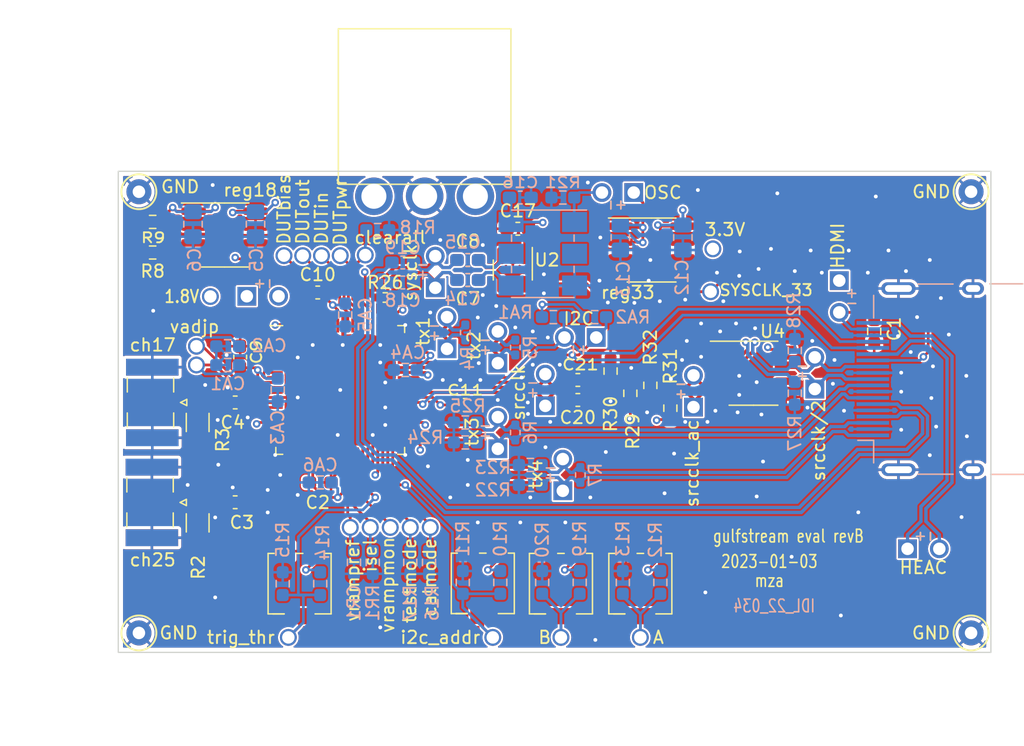
<source format=kicad_pcb>
(kicad_pcb (version 20211014) (generator pcbnew)

  (general
    (thickness 4.69)
  )

  (paper "A4")
  (layers
    (0 "F.Cu" signal)
    (1 "In1.Cu" signal)
    (2 "In2.Cu" signal)
    (31 "B.Cu" signal)
    (32 "B.Adhes" user "B.Adhesive")
    (33 "F.Adhes" user "F.Adhesive")
    (34 "B.Paste" user)
    (35 "F.Paste" user)
    (36 "B.SilkS" user "B.Silkscreen")
    (37 "F.SilkS" user "F.Silkscreen")
    (38 "B.Mask" user)
    (39 "F.Mask" user)
    (40 "Dwgs.User" user "User.Drawings")
    (41 "Cmts.User" user "User.Comments")
    (42 "Eco1.User" user "User.Eco1")
    (43 "Eco2.User" user "User.Eco2")
    (44 "Edge.Cuts" user)
    (45 "Margin" user)
    (46 "B.CrtYd" user "B.Courtyard")
    (47 "F.CrtYd" user "F.Courtyard")
    (48 "B.Fab" user)
    (49 "F.Fab" user)
    (50 "User.1" user)
    (51 "User.2" user)
    (52 "User.3" user)
    (53 "User.4" user)
    (54 "User.5" user)
    (55 "User.6" user)
    (56 "User.7" user)
    (57 "User.8" user)
    (58 "User.9" user)
  )

  (setup
    (stackup
      (layer "F.SilkS" (type "Top Silk Screen"))
      (layer "F.Paste" (type "Top Solder Paste"))
      (layer "F.Mask" (type "Top Solder Mask") (thickness 0.01))
      (layer "F.Cu" (type "copper") (thickness 0.035))
      (layer "dielectric 1" (type "core") (thickness 1.51) (material "FR4") (epsilon_r 4.5) (loss_tangent 0.02))
      (layer "In1.Cu" (type "copper") (thickness 0.035))
      (layer "dielectric 2" (type "prepreg") (thickness 1.51) (material "FR4") (epsilon_r 4.5) (loss_tangent 0.02))
      (layer "In2.Cu" (type "copper") (thickness 0.035))
      (layer "dielectric 3" (type "core") (thickness 1.51) (material "FR4") (epsilon_r 4.5) (loss_tangent 0.02))
      (layer "B.Cu" (type "copper") (thickness 0.035))
      (layer "B.Mask" (type "Bottom Solder Mask") (thickness 0.01))
      (layer "B.Paste" (type "Bottom Solder Paste"))
      (layer "B.SilkS" (type "Bottom Silk Screen"))
      (copper_finish "None")
      (dielectric_constraints no)
    )
    (pad_to_mask_clearance 0)
    (grid_origin 252 135.6)
    (pcbplotparams
      (layerselection 0x00010fc_ffffffff)
      (disableapertmacros false)
      (usegerberextensions false)
      (usegerberattributes false)
      (usegerberadvancedattributes true)
      (creategerberjobfile true)
      (svguseinch false)
      (svgprecision 6)
      (excludeedgelayer true)
      (plotframeref false)
      (viasonmask true)
      (mode 1)
      (useauxorigin false)
      (hpglpennumber 1)
      (hpglpenspeed 20)
      (hpglpendiameter 15.000000)
      (dxfpolygonmode true)
      (dxfimperialunits true)
      (dxfusepcbnewfont true)
      (psnegative false)
      (psa4output false)
      (plotreference true)
      (plotvalue true)
      (plotinvisibletext false)
      (sketchpadsonfab false)
      (subtractmaskfromsilk false)
      (outputformat 1)
      (mirror false)
      (drillshape 0)
      (scaleselection 1)
      (outputdirectory "./gerbers/")
    )
  )

  (net 0 "")
  (net 1 "Net-(C1-Pad1)")
  (net 2 "GND")
  (net 3 "Net-(C3-Pad1)")
  (net 4 "Net-(C4-Pad1)")
  (net 5 "Net-(C4-Pad2)")
  (net 6 "+RAW")
  (net 7 "+REG")
  (net 8 "/SYSCLK_12+")
  (net 9 "/SYSCLK_12-")
  (net 10 "+3.3V")
  (net 11 "Net-(CA1-Pad1)")
  (net 12 "Net-(CA2-Pad1)")
  (net 13 "/SYSCLK_33")
  (net 14 "/SRCCLK+")
  (net 15 "/SRCCLK-")
  (net 16 "Net-(CR1-Pad1)")
  (net 17 "/D0+")
  (net 18 "/D0-")
  (net 19 "/sysclk_hdmidiff+")
  (net 20 "/sysclk_hdmidiff-")
  (net 21 "/D2+")
  (net 22 "/D2-")
  (net 23 "/HEAC+")
  (net 24 "/HEAC-")
  (net 25 "Net-(R21-Pad1)")
  (net 26 "Net-(P1-Pad2)")
  (net 27 "Net-(P2-Pad2)")
  (net 28 "Net-(R8-Pad1)")
  (net 29 "Net-(R10-Pad2)")
  (net 30 "Net-(R14-Pad2)")
  (net 31 "Net-(R16-Pad1)")
  (net 32 "Net-(R17-Pad1)")
  (net 33 "Net-(R18-Pad1)")
  (net 34 "/sda_18")
  (net 35 "/sck_18")
  (net 36 "unconnected-(reg18-Pad4)")
  (net 37 "unconnected-(reg33-Pad4)")
  (net 38 "Net-(RR1-Pad1)")
  (net 39 "Net-(U1-Pad73)")
  (net 40 "Net-(U1-Pad75)")
  (net 41 "Net-(U1-Pad37)")
  (net 42 "Net-(U1-Pad76)")
  (net 43 "Net-(U1-Pad74)")
  (net 44 "unconnected-(U1-Pad2)")
  (net 45 "unconnected-(U1-Pad3)")
  (net 46 "unconnected-(U1-Pad4)")
  (net 47 "unconnected-(U1-Pad6)")
  (net 48 "unconnected-(U1-Pad7)")
  (net 49 "unconnected-(U1-Pad8)")
  (net 50 "unconnected-(U1-Pad9)")
  (net 51 "unconnected-(U1-Pad15)")
  (net 52 "unconnected-(U1-Pad16)")
  (net 53 "unconnected-(U1-Pad17)")
  (net 54 "unconnected-(U1-Pad19)")
  (net 55 "unconnected-(U1-Pad20)")
  (net 56 "unconnected-(U1-Pad21)")
  (net 57 "unconnected-(U1-Pad25)")
  (net 58 "unconnected-(U1-Pad26)")
  (net 59 "unconnected-(U1-Pad27)")
  (net 60 "unconnected-(U1-Pad29)")
  (net 61 "unconnected-(U1-Pad30)")
  (net 62 "unconnected-(U1-Pad31)")
  (net 63 "unconnected-(U1-Pad80)")
  (net 64 "unconnected-(U1-Pad81)")
  (net 65 "unconnected-(U1-Pad82)")
  (net 66 "unconnected-(U1-Pad84)")
  (net 67 "unconnected-(U1-Pad85)")
  (net 68 "unconnected-(U1-Pad86)")
  (net 69 "-BATT")
  (net 70 "unconnected-(U1-Pad87)")
  (net 71 "unconnected-(U1-Pad79)")
  (net 72 "unconnected-(U3-Pad2)")
  (net 73 "/sysclk_hdmi+")
  (net 74 "/sysclk_hdmi-")
  (net 75 "/sysclk_osc+")
  (net 76 "/sysclk_osc-")
  (net 77 "unconnected-(U1-Pad1)")
  (net 78 "unconnected-(U1-Pad22)")
  (net 79 "Net-(C3-Pad2)")
  (net 80 "unconnected-(U1-Pad32)")
  (net 81 "/tx2-")
  (net 82 "/tx2+")
  (net 83 "/tx1-")
  (net 84 "/tx1+")
  (net 85 "/asic_18")
  (net 86 "/SRCCLK_HALFSPEED+")
  (net 87 "/SRCCLK_HALFSPEED-")
  (net 88 "/SRCCLK_AC+")
  (net 89 "/SRCCLK_AC-")

  (footprint "kicad-mza:TestPoint_scope-probe-skinny" (layer "F.Cu") (at 234 141))

  (footprint "TestPoint:TestPoint_Keystone_5000-5004_Miniature" (layer "F.Cu") (at 213.9 149.443))

  (footprint "Capacitor_SMD:C_0603_1608Metric_Pad1.08x0.95mm_HandSolder" (layer "F.Cu") (at 249 130.8))

  (footprint "kicad-mza:TestPoint_scope-probe-skinny" (layer "F.Cu") (at 225.5 119.25))

  (footprint "Capacitor_SMD:C_0603_1608Metric_Pad1.08x0.95mm_HandSolder" (layer "F.Cu") (at 228.2 122.2))

  (footprint "kicad-mza:PinHeader_1x02_P2.54mm_Vertical" (layer "F.Cu") (at 247.8 136.8 180))

  (footprint "kicad-mza:TestPoint_scope-probe-skinny" (layer "F.Cu") (at 259.62 122.138))

  (footprint "kicad-mza:PinHeader_1x02_P2.54mm_Vertical" (layer "F.Cu") (at 276.638 142.712 90))

  (footprint "kicad-mza:PinHeader_1x02_P2.54mm_Vertical" (layer "F.Cu") (at 223.8 122.5 90))

  (footprint "kicad-mza:TestPoint_scope-probe-skinny" (layer "F.Cu") (at 259.8 118.709 90))

  (footprint "kicad-mza:PinHeader_1x02_P2.54mm_Vertical" (layer "F.Cu") (at 269.907 122.519))

  (footprint "kicad-mza:PinHeader_1x02_P2.54mm_Vertical" (layer "F.Cu") (at 252.2 114.2 -90))

  (footprint "Capacitor_SMD:C_0603_1608Metric_Pad1.08x0.95mm_HandSolder" (layer "F.Cu") (at 222 127.3625 -90))

  (footprint "kicad-mza:TestPoint_scope-probe-skinny" (layer "F.Cu") (at 230 119.25))

  (footprint "kicad-mza:TestPoint_scope-probe-skinny" (layer "F.Cu") (at 232.4 141))

  (footprint "Potentiometer_SMD:Potentiometer_Bourns_3224G_Horizontal" (layer "F.Cu") (at 254 145.5 90))

  (footprint "Resistor_SMD:R_0603_1608Metric_Pad0.98x0.95mm_HandSolder" (layer "F.Cu") (at 215 119))

  (footprint "Resistor_SMD:R_0603_1608Metric_Pad0.98x0.95mm_HandSolder" (layer "F.Cu") (at 215 116.55 180))

  (footprint "kicad-mza:TestPoint_scope-probe-skinny" (layer "F.Cu") (at 227 119.25))

  (footprint "kicad-mza:PinHeader_1x02_P2.54mm_Vertical" (layer "F.Cu") (at 242.602 126.583 180))

  (footprint "Capacitor_SMD:C_0603_1608Metric_Pad1.08x0.95mm_HandSolder" (layer "F.Cu") (at 240 131.2 180))

  (footprint "kicad-mza:TestPoint_scope-probe-skinny" (layer "F.Cu") (at 218.5 128))

  (footprint "kicad-mza:TestPoint_scope-probe-skinny" (layer "F.Cu") (at 237.2 141 90))

  (footprint "kicad-mza:QFN-88_10x10_Pitch0.4mm" (layer "F.Cu") (at 230 130))

  (footprint "kicad-mza:PinHeader_1x02_P2.54mm_Vertical" (layer "F.Cu") (at 249.2 125.8 -90))

  (footprint "kicad-mza:TestPoint_scope-probe-skinny" (layer "F.Cu") (at 228.5 119.25))

  (footprint "Capacitor_SMD:C_0603_1608Metric_Pad1.08x0.95mm_HandSolder" (layer "F.Cu") (at 249 129.2))

  (footprint "kicad-mza:TestPoint_scope-probe-skinny" (layer "F.Cu") (at 235.6 141 90))

  (footprint "kicad-mza:PinHeader_1x02_P2.54mm_Vertical" (layer "F.Cu") (at 258.249 130.1 180))

  (footprint "kicad-mza:TestPoint_scope-probe-skinny" (layer "F.Cu") (at 230.8 141))

  (footprint "TestPoint:TestPoint_Keystone_5000-5004_Miniature" (layer "F.Cu") (at 280.448 149.443))

  (footprint "kicad-mza:TestPoint_scope-probe-skinny" (layer "F.Cu") (at 225.85 149.8))

  (footprint "Package_SO:SO-8_3.9x4.9mm_P1.27mm" (layer "F.Cu") (at 263.049 128.65925))

  (footprint "Package_TO_SOT_SMD:SOT-23-5" (layer "F.Cu") (at 243.8 120.4 -90))

  (footprint "kicad-mza:PinHeader_1x02_P2.54mm_Vertical" (layer "F.Cu") (at 237.6 120.555 180))

  (footprint "Capacitor_SMD:C_0603_1608Metric_Pad1.08x0.95mm_HandSolder" (layer "F.Cu") (at 240.2 119.6 180))

  (footprint "Resistor_SMD:R_0603_1608Metric_Pad0.98x0.95mm_HandSolder" (layer "F.Cu") (at 256.4 131.4575 90))

  (footprint "kicad-mza:PinHeader_1x02_P2.54mm_Vertical" (layer "F.Cu") (at 267.951001 128.65725 180))

  (footprint "kicad-mza:PinHeader_1x02_P2.54mm_Vertical" (layer "F.Cu") (at 238.538 125.44 180))

  (footprint "Resistor_SMD:R_0603_1608Metric_Pad0.98x0.95mm_HandSolder" (layer "F.Cu") (at 272.701 125.313 -90))

  (footprint "Resistor_SMD:R_1206_3216Metric_Pad1.30x1.75mm_HandSolder" (layer "F.Cu") (at 218.599 140.636 -90))

  (footprint "kicad-mza:TestPoint_scope-probe-skinny" (layer "F.Cu") (at 247.65 149.8))

  (footprint "kicad-mza:SMA_Samtec_SMA-J-P-X-ST-EM1_EdgeMount" (layer "F.Cu") (at 214.936 139 -90))

  (footprint "Package_SO:SOIC-8_3.9x4.9mm_P1.27mm" (layer "F.Cu") (at 220.75 117.6))

  (footprint "Resistor_SMD:R_1206_3216Metric_Pad1.30x1.75mm_HandSolder" (layer "F.Cu") (at 218.599 132.6 -90))

  (footprint "Resistor_SMD:R_0603_1608Metric_Pad0.98x0.95mm_HandSolder" (layer "F.Cu") (at 251.619 128.488 90))

  (footprint "Potentiometer_SMD:Potentiometer_Bourns_3224G_Horizontal" (layer "F.Cu") (at 247.65 145.5 90))

  (footprint "Capacitor_SMD:C_0603_1608Metric_Pad1.08x0.95mm_HandSolder" (layer "F.Cu") (at 221.6 131))

  (footprint "kicad-mza:TestPoint_scope-probe-skinny" (layer "F.Cu") (at 219.615 122.519))

  (footprint "kicad-mza:PinHeader_1x02_P2.54mm_Vertical" (layer "F.Cu") (at 242.602 133.441 180))

  (footprint "Resistor_SMD:R_0603_1608Metric_Pad0.98x0.95mm_HandSolder" (layer "F.Cu") (at 253.2 130.266 90))

  (footprint "kicad-mza:SMA_Samtec_SMA-J-P-X-ST-EM1_EdgeMount" (layer "F.Cu") (at 214.9705 131 -90))

  (footprint "Package_SO:SOIC-8_3.9x4.9mm_P1.27mm" (layer "F.Cu") (at 254.9 118.8))

  (footprint "Potentiometer_SMD:Potentiometer_Bourns_3224G_Horizontal" (layer "F.Cu") (at 226.75 145.5 90))

  (footprint "Capacitor_SMD:C_0603_1608Metric_Pad1.08x0.95mm_HandSolder" (layer "F.Cu") (at 240.2 121.2 180))

  (footprint "kicad-mza:TestPoint_scope-probe-skinny" (layer "F.Cu") (at 242.2 149.8))

  (footprint "kicad-mza:TestPoint_scope-probe-skinny" (layer "F.Cu") (at 218.5 126.5))

  (footprint "Resistor_SMD:R_0603_1608Metric_Pad0.98x0.95mm_HandSolder" (layer "F.Cu") (at 254.8 129.631 90))

  (footprint "kicad-mza:TestPoint_scope-probe-skinny" (layer "F.Cu") (at 254 149.8 180))

  (footprint "Capacitor_SMD:C_0603_1608Metric_Pad1.08x0.95mm_HandSolder" (layer "F.Cu") (at 221.598 138.985))

  (footprint "kicad-mza:molex-mini-fit-jr-3pos-right-angle-or-16AWG" (layer "F.Cu") (at 236.75 114.641 180))

  (footprint "Capacitor_SMD:C_0603_1608Metric_Pad1.08x0.95mm_HandSolder" (layer "F.Cu") (at 244.2 117.1))

  (footprint "Resistor_SMD:R_0402_1005Metric_Pad0.72x0.64mm_HandSolder" (layer "F.Cu") (at 233.6 122.6 180))

  (footprint "Potentiometer_SMD:Potentiometer_Bourns_3224G_Horizontal" (layer "F.Cu")
    (tedit 5A3D7171) (tstamp f48c7b00-c5bc-4fd1-865e-c76139a9c1c7)
    (at 241.4 145.477 90)
    (descr "Potentiometer, horizontal, Bourns 3224G, https://www.bourns.com/docs/Product-Datasheets/3224.pdf")
    (tags "Potentiometer horizontal Bourns 3224G")
    (property "Sheetfile" "gulfstream-eval.revB.kicad_sch")
    (property "Sheetname" "")
    (path "/46e90cd2-fd79-4430-be1e-5aa3cd14cfe2")
    (attr smd)
    (fp_text reference "i2c_addr1" (at -4.523 -4.36 180) (layer "F.SilkS") hide
      (effects (font (size 1 1) (thickness 0.15)))
      (tstamp a0b936e7-1d79-4be2-a48c-b963e0c6e988)
    )
    (fp_text value "10k" (at 0 3.65 90) (layer "F.Fab")
      (effects (font (size 1 1) (thickness 0.15)))
      (tstamp 82c314a3-26f4-4cf5-a39c-844fcc17323d)
    )
    (fp_text user "${REFERENCE}" (at 0 0 90) (layer "F.Fab")
      (effects (font (size 1 1) (thickness 0.15)))
      (tstamp 998ec67a-ee30-4836-bf7f-d0a143fb1681)
    )
    (fp_line (start 2.42 2.04) (end 2.42 2.52) (layer "F.SilkS") (width 0.12) (tstamp 03a19989-6ae7-4b02-9e1a-f2bfca1f9daa))
    (fp_line (start -2.42 -2.52) (end 2.42 -2.52) (layer "F.SilkS") (width 0.12) (tstamp 17a31279-5f2c-4885-b612-ea318957e4a2))
    (fp_line (start -2.42 -2.14) (end -2.42 -2.14) (layer "F.SilkS") (width 0.12) (t
... [1863633 chars truncated]
</source>
